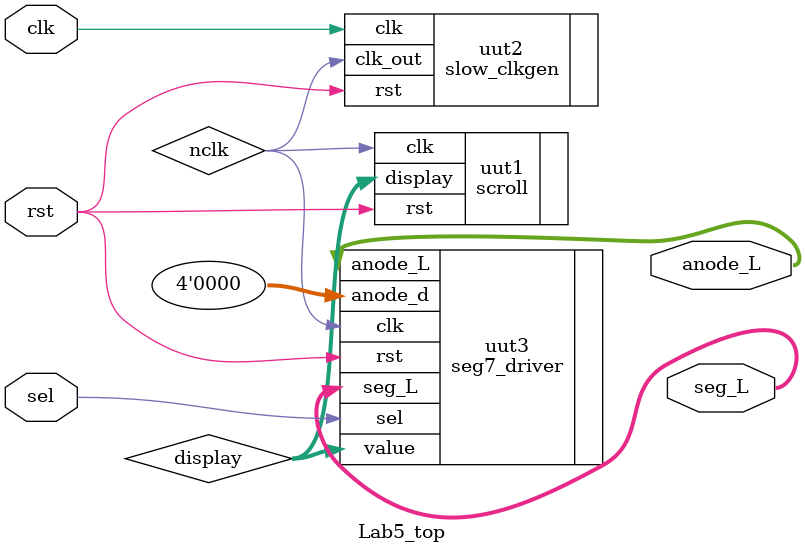
<source format=v>
`timescale 1ns / 1ps

// The top level module. It implements the Verilog system shown in Figure 1.

module Lab5_top(input clk, rst, sel, output [6:0] seg_L, output [3:0] anode_L);

    // declare necessary wires here
    wire [17:0] display;
    wire nclk;
    
    
    
    // instantiate modules here
    
    scroll uut1 (.clk(nclk), .rst(rst), .display(display));
    
    slow_clkgen uut2(.clk(clk), .rst(rst), .clk_out(nclk));
    
    seg7_driver uut3 (.clk(nclk), .rst(rst), .sel(sel), .value(display), .anode_d(4'b0000), .seg_L(seg_L), .anode_L(anode_L));

endmodule

</source>
